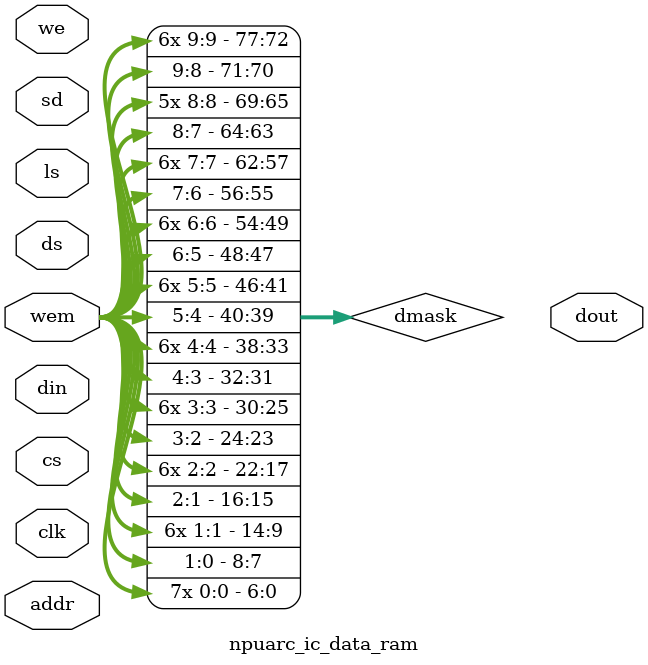
<source format=v>


`include "npuarc_defines.v"
// Simulation timestep information
//
// synopsys translate_off

///////////////////////////////////////////////////////////////////////////
// Common Verilog definitions
///////////////////////////////////////////////////////////////////////////

// Verilog simulator timescale definition for all modules
//
`timescale 1 ns / 10 ps

// synopsys translate_on

// leda off
module npuarc_ic_data_ram (
  input          clk,      // clock input
  input   [77:0] din,      // write data input
  input   [10:0] addr,     // address for read or write
  input          cs,       // RAM chip select, active high
  input          we,       // write enable, active high
  input   [9:0]  wem,      //byte enable, active high
  input          ds,       // deep sleep, active high
  input          sd,       // shutdown, active high
// spyglass disable_block W240
// SMD: Input declared but not read.
// SJ:  This only a func model. Port required in real design.
  input          ls,       // light sleep
// spyglass enable_block W240
  output  [77:0] dout  // read data output
);

`ifndef FPGA_INFER_MEMORIES
`ifdef VERILATOR  // {
`define XCAM_MODEL
`endif            // }
`ifdef TTVTOC     // {
`define XCAM_MODEL
`endif            // }


wire [77:0] dmask = {
                        {7{wem[9]}},  // ECC
                        {7{wem[8]}},  // ECC
                        {8{wem[7]}},
                        {8{wem[6]}},
                        {8{wem[5]}},
                        {8{wem[4]}},
                        {8{wem[3]}},
                        {8{wem[2]}},
                        {8{wem[1]}},
                        {8{wem[0]}}};

// synopsys translate_off

npuarc_ram_core #(
    77,
    77, // bit enabled
    10,
    0
  ) ram_core (
  .clk (clk),
  .din (din),
  .addr (addr),
  .cs (cs),
  .we (we),
  .ds (ds),      
  .sd (sd),      
  .wem (dmask),
  .dout (dout)
);


// synopsys translate_on

`else

// memory read enable
wire rden = cs & ~we;
// memory bit write enables
wire [77:0] wren = {78{cs & we}} & {
                        {7{wem[9]}},  // ECC
                        {7{wem[8]}},  // ECC
                        {8{wem[7]}},
                        {8{wem[6]}},
                        {8{wem[5]}},
                        {8{wem[4]}},
                        {8{wem[3]}},
                        {8{wem[2]}},
                        {8{wem[1]}},
                        {8{wem[0]}}};

npuarc_fpga_sram #(
  .MEM_SIZE((1<<(10+1))),
  .ADDR_MSB(10),
  .ADDR_LSB(0),
  .PIPELINED(1'b0),
  .DATA_WIDTH(78),
   .WR_SIZE     (1), 
  .SYNC_OUT(0),
  .RAM_STL("no_rw_check"))
u_icdata_sram (
  .clk              (clk),
  .din              (din),
  .addr             (addr),
  .regen            (1'b1),
  .rden             (rden),
  .wren             (wren),
  .dout             (dout));

`endif

endmodule

// leda on
// spyglass enable_block ALL

</source>
